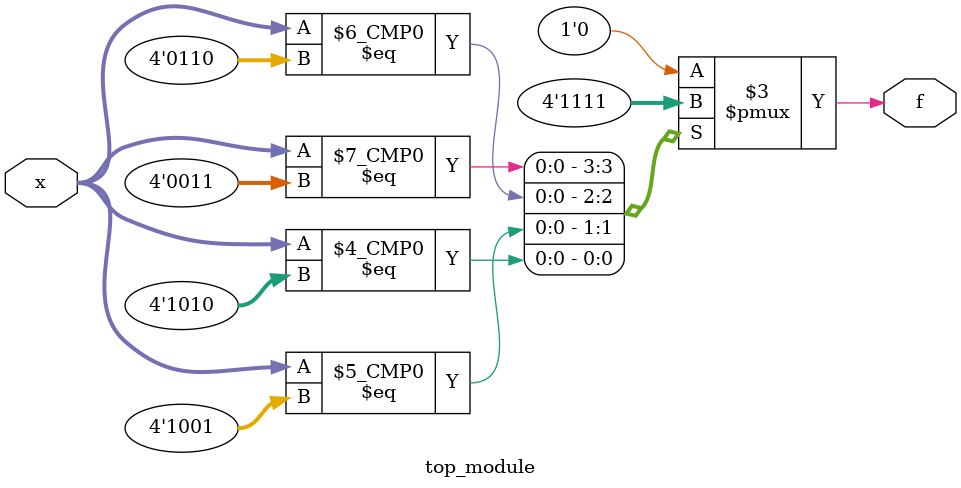
<source format=sv>
module top_module (
    input [4:1] x,
    output logic f
);

always_comb begin
    case ({x[4], x[3], x[2], x[1]})
        4'b0001: f = 1'b0; // 00 10
        4'b0011: f = 1'b1; // 01 11
        4'b0110: f = 1'b1; // 01 11
        4'b0111: f = 1'b0; // 01 11
        4'b1001: f = 1'b1; // 11 10
        4'b1010: f = 1'b1; // 11 10
        default: f = 1'b0; // Don't care cases
    endcase
end

endmodule

</source>
